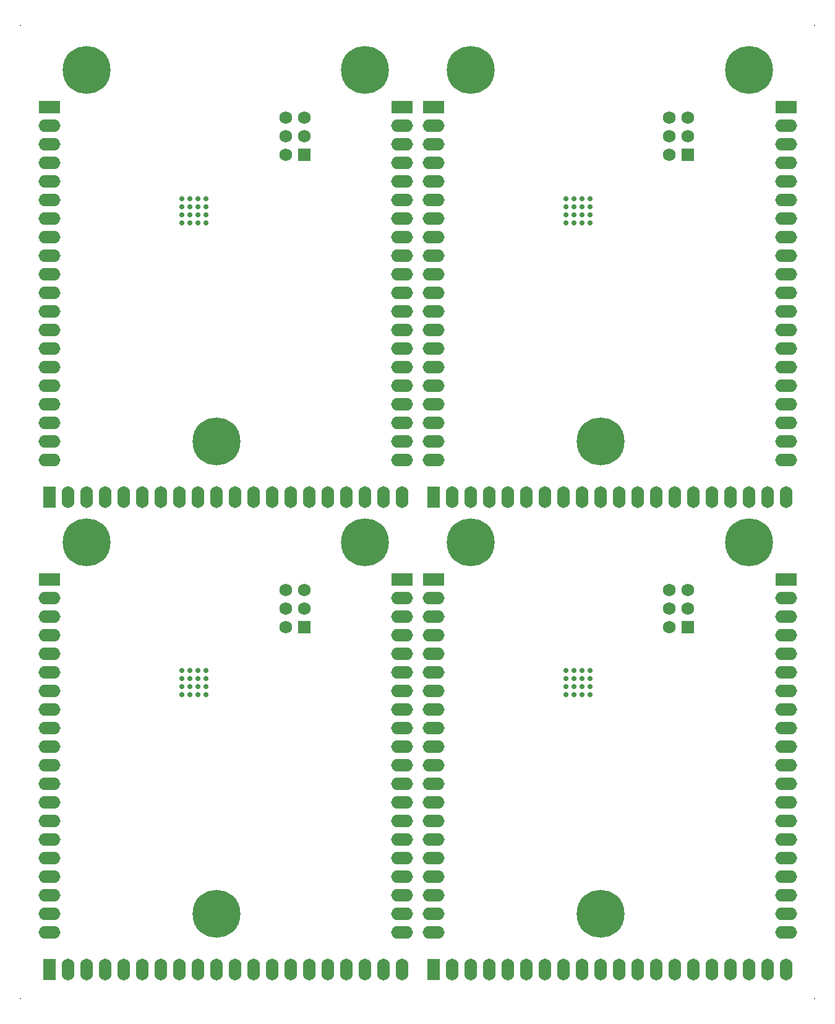
<source format=gbs>
G04 Layer_Color=16711935*
%FSLAX25Y25*%
%MOIN*%
G70*
G01*
G75*
%ADD57C,0.00800*%
%ADD58C,0.25800*%
%ADD59O,0.11800X0.06800*%
%ADD60R,0.11800X0.06800*%
%ADD61O,0.06800X0.11800*%
%ADD62R,0.06800X0.11800*%
%ADD63R,0.06902X0.06902*%
%ADD64C,0.06902*%
%ADD65C,0.02768*%
D57*
X419874Y516374D02*
D03*
Y-7874D02*
D03*
X-7874D02*
D03*
X-7874Y516374D02*
D03*
D58*
X177830Y238094D02*
D03*
X27830D02*
D03*
X97830Y38094D02*
D03*
X384530Y238094D02*
D03*
X234530D02*
D03*
X304530Y38094D02*
D03*
X177830Y492295D02*
D03*
X27830D02*
D03*
X97830Y292295D02*
D03*
X384530Y492295D02*
D03*
X234530D02*
D03*
X304530Y292295D02*
D03*
D59*
X197830Y28095D02*
D03*
Y38094D02*
D03*
Y48094D02*
D03*
Y58095D02*
D03*
Y68094D02*
D03*
Y78095D02*
D03*
Y88095D02*
D03*
Y98094D02*
D03*
Y108095D02*
D03*
Y118095D02*
D03*
Y128094D02*
D03*
Y138094D02*
D03*
Y148094D02*
D03*
Y158095D02*
D03*
Y168095D02*
D03*
Y178094D02*
D03*
Y188094D02*
D03*
Y198094D02*
D03*
Y208095D02*
D03*
X7830Y28095D02*
D03*
Y38094D02*
D03*
Y48094D02*
D03*
Y58095D02*
D03*
Y68094D02*
D03*
Y78095D02*
D03*
Y88095D02*
D03*
Y98094D02*
D03*
Y108095D02*
D03*
Y118095D02*
D03*
Y128094D02*
D03*
Y138094D02*
D03*
Y148094D02*
D03*
Y158095D02*
D03*
Y168095D02*
D03*
Y178094D02*
D03*
Y188094D02*
D03*
Y198094D02*
D03*
Y208095D02*
D03*
X404530Y28095D02*
D03*
Y38094D02*
D03*
Y48094D02*
D03*
Y58095D02*
D03*
Y68094D02*
D03*
Y78095D02*
D03*
Y88095D02*
D03*
Y98094D02*
D03*
Y108095D02*
D03*
Y118095D02*
D03*
Y128094D02*
D03*
Y138094D02*
D03*
Y148094D02*
D03*
Y158095D02*
D03*
Y168095D02*
D03*
Y178094D02*
D03*
Y188094D02*
D03*
Y198094D02*
D03*
Y208095D02*
D03*
X214530Y28095D02*
D03*
Y38094D02*
D03*
Y48094D02*
D03*
Y58095D02*
D03*
Y68094D02*
D03*
Y78095D02*
D03*
Y88095D02*
D03*
Y98094D02*
D03*
Y108095D02*
D03*
Y118095D02*
D03*
Y128094D02*
D03*
Y138094D02*
D03*
Y148094D02*
D03*
Y158095D02*
D03*
Y168095D02*
D03*
Y178094D02*
D03*
Y188094D02*
D03*
Y198094D02*
D03*
Y208095D02*
D03*
X197830Y282295D02*
D03*
Y292295D02*
D03*
Y302294D02*
D03*
Y312295D02*
D03*
Y322294D02*
D03*
Y332295D02*
D03*
Y342295D02*
D03*
Y352294D02*
D03*
Y362295D02*
D03*
Y372294D02*
D03*
Y382295D02*
D03*
Y392295D02*
D03*
Y402294D02*
D03*
Y412294D02*
D03*
Y422295D02*
D03*
Y432295D02*
D03*
Y442295D02*
D03*
Y452294D02*
D03*
Y462294D02*
D03*
X7830Y282295D02*
D03*
Y292295D02*
D03*
Y302294D02*
D03*
Y312295D02*
D03*
Y322294D02*
D03*
Y332295D02*
D03*
Y342295D02*
D03*
Y352294D02*
D03*
Y362295D02*
D03*
Y372294D02*
D03*
Y382295D02*
D03*
Y392295D02*
D03*
Y402294D02*
D03*
Y412294D02*
D03*
Y422295D02*
D03*
Y432295D02*
D03*
Y442295D02*
D03*
Y452294D02*
D03*
Y462294D02*
D03*
X404530Y282295D02*
D03*
Y292295D02*
D03*
Y302294D02*
D03*
Y312295D02*
D03*
Y322294D02*
D03*
Y332295D02*
D03*
Y342295D02*
D03*
Y352294D02*
D03*
Y362295D02*
D03*
Y372294D02*
D03*
Y382295D02*
D03*
Y392295D02*
D03*
Y402294D02*
D03*
Y412294D02*
D03*
Y422295D02*
D03*
Y432295D02*
D03*
Y442295D02*
D03*
Y452294D02*
D03*
Y462294D02*
D03*
X214530Y282295D02*
D03*
Y292295D02*
D03*
Y302294D02*
D03*
Y312295D02*
D03*
Y322294D02*
D03*
Y332295D02*
D03*
Y342295D02*
D03*
Y352294D02*
D03*
Y362295D02*
D03*
Y372294D02*
D03*
Y382295D02*
D03*
Y392295D02*
D03*
Y402294D02*
D03*
Y412294D02*
D03*
Y422295D02*
D03*
Y432295D02*
D03*
Y442295D02*
D03*
Y452294D02*
D03*
Y462294D02*
D03*
D60*
X197830Y218094D02*
D03*
X7830D02*
D03*
X404530D02*
D03*
X214530D02*
D03*
X197830Y472295D02*
D03*
X7830D02*
D03*
X404530D02*
D03*
X214530D02*
D03*
D61*
X197830Y8095D02*
D03*
X187830D02*
D03*
X177830D02*
D03*
X167830D02*
D03*
X157830D02*
D03*
X147830D02*
D03*
X137830D02*
D03*
X127830D02*
D03*
X117830D02*
D03*
X107830D02*
D03*
X97830D02*
D03*
X87830D02*
D03*
X77830D02*
D03*
X67830D02*
D03*
X57830D02*
D03*
X47830D02*
D03*
X37830D02*
D03*
X27830D02*
D03*
X17830D02*
D03*
X404530D02*
D03*
X394530D02*
D03*
X384530D02*
D03*
X374530D02*
D03*
X364530D02*
D03*
X354530D02*
D03*
X344530D02*
D03*
X334530D02*
D03*
X324530D02*
D03*
X314530D02*
D03*
X304530D02*
D03*
X294530D02*
D03*
X284530D02*
D03*
X274530D02*
D03*
X264530D02*
D03*
X254530D02*
D03*
X244530D02*
D03*
X234530D02*
D03*
X224530D02*
D03*
X197830Y262295D02*
D03*
X187830D02*
D03*
X177830D02*
D03*
X167830D02*
D03*
X157830D02*
D03*
X147830D02*
D03*
X137830D02*
D03*
X127830D02*
D03*
X117830D02*
D03*
X107830D02*
D03*
X97830D02*
D03*
X87830D02*
D03*
X77830D02*
D03*
X67830D02*
D03*
X57830D02*
D03*
X47830D02*
D03*
X37830D02*
D03*
X27830D02*
D03*
X17830D02*
D03*
X404530D02*
D03*
X394530D02*
D03*
X384530D02*
D03*
X374530D02*
D03*
X364530D02*
D03*
X354530D02*
D03*
X344530D02*
D03*
X334530D02*
D03*
X324530D02*
D03*
X314530D02*
D03*
X304530D02*
D03*
X294530D02*
D03*
X284530D02*
D03*
X274530D02*
D03*
X264530D02*
D03*
X254530D02*
D03*
X244530D02*
D03*
X234530D02*
D03*
X224530D02*
D03*
D62*
X7830Y8095D02*
D03*
X214530D02*
D03*
X7830Y262295D02*
D03*
X214530D02*
D03*
D63*
X145082Y192362D02*
D03*
X351782D02*
D03*
X145082Y446562D02*
D03*
X351782D02*
D03*
D64*
X145082Y202362D02*
D03*
Y212362D02*
D03*
X135082Y192362D02*
D03*
Y202362D02*
D03*
Y212362D02*
D03*
X351782Y202362D02*
D03*
Y212362D02*
D03*
X341782Y192362D02*
D03*
Y202362D02*
D03*
Y212362D02*
D03*
X145082Y456562D02*
D03*
Y466562D02*
D03*
X135082Y446562D02*
D03*
Y456562D02*
D03*
Y466562D02*
D03*
X351782Y456562D02*
D03*
Y466562D02*
D03*
X341782Y446562D02*
D03*
Y456562D02*
D03*
Y466562D02*
D03*
D65*
X92165Y155795D02*
D03*
X87834D02*
D03*
X83503D02*
D03*
X79172D02*
D03*
X92165Y160126D02*
D03*
X87834D02*
D03*
X83503D02*
D03*
X79172D02*
D03*
X92165Y164457D02*
D03*
X87834D02*
D03*
X83503D02*
D03*
X79172D02*
D03*
X92165Y168787D02*
D03*
X87834D02*
D03*
X83503D02*
D03*
X79172D02*
D03*
X298865Y155795D02*
D03*
X294534D02*
D03*
X290203D02*
D03*
X285872D02*
D03*
X298865Y160126D02*
D03*
X294534D02*
D03*
X290203D02*
D03*
X285872D02*
D03*
X298865Y164457D02*
D03*
X294534D02*
D03*
X290203D02*
D03*
X285872D02*
D03*
X298865Y168787D02*
D03*
X294534D02*
D03*
X290203D02*
D03*
X285872D02*
D03*
X92165Y409995D02*
D03*
X87834D02*
D03*
X83503D02*
D03*
X79172D02*
D03*
X92165Y414326D02*
D03*
X87834D02*
D03*
X83503D02*
D03*
X79172D02*
D03*
X92165Y418657D02*
D03*
X87834D02*
D03*
X83503D02*
D03*
X79172D02*
D03*
X92165Y422987D02*
D03*
X87834D02*
D03*
X83503D02*
D03*
X79172D02*
D03*
X298865Y409995D02*
D03*
X294534D02*
D03*
X290203D02*
D03*
X285872D02*
D03*
X298865Y414326D02*
D03*
X294534D02*
D03*
X290203D02*
D03*
X285872D02*
D03*
X298865Y418657D02*
D03*
X294534D02*
D03*
X290203D02*
D03*
X285872D02*
D03*
X298865Y422987D02*
D03*
X294534D02*
D03*
X290203D02*
D03*
X285872D02*
D03*
M02*

</source>
